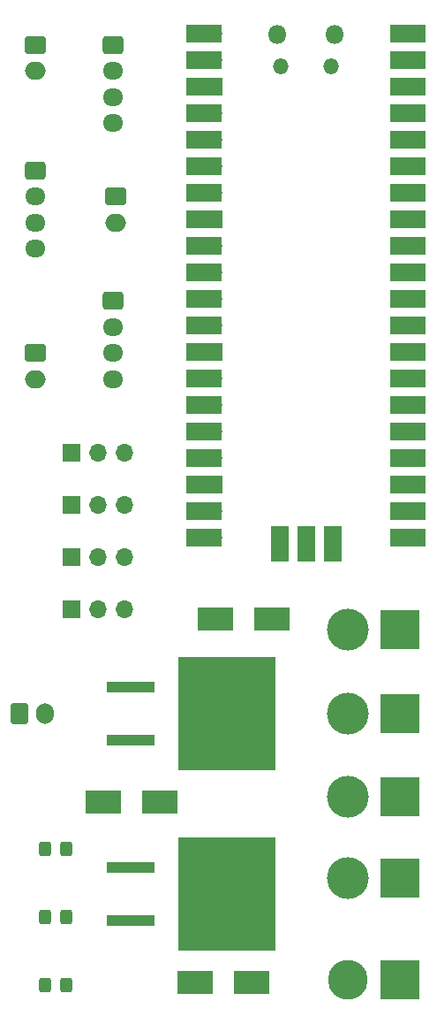
<source format=gbr>
%TF.GenerationSoftware,KiCad,Pcbnew,(6.0.0)*%
%TF.CreationDate,2022-01-01T23:53:49+00:00*%
%TF.ProjectId,main_distro,6d61696e-5f64-4697-9374-726f2e6b6963,rev?*%
%TF.SameCoordinates,Original*%
%TF.FileFunction,Soldermask,Top*%
%TF.FilePolarity,Negative*%
%FSLAX46Y46*%
G04 Gerber Fmt 4.6, Leading zero omitted, Abs format (unit mm)*
G04 Created by KiCad (PCBNEW (6.0.0)) date 2022-01-01 23:53:49*
%MOMM*%
%LPD*%
G01*
G04 APERTURE LIST*
G04 Aperture macros list*
%AMRoundRect*
0 Rectangle with rounded corners*
0 $1 Rounding radius*
0 $2 $3 $4 $5 $6 $7 $8 $9 X,Y pos of 4 corners*
0 Add a 4 corners polygon primitive as box body*
4,1,4,$2,$3,$4,$5,$6,$7,$8,$9,$2,$3,0*
0 Add four circle primitives for the rounded corners*
1,1,$1+$1,$2,$3*
1,1,$1+$1,$4,$5*
1,1,$1+$1,$6,$7*
1,1,$1+$1,$8,$9*
0 Add four rect primitives between the rounded corners*
20,1,$1+$1,$2,$3,$4,$5,0*
20,1,$1+$1,$4,$5,$6,$7,0*
20,1,$1+$1,$6,$7,$8,$9,0*
20,1,$1+$1,$8,$9,$2,$3,0*%
G04 Aperture macros list end*
%ADD10RoundRect,0.250000X-0.600000X-0.750000X0.600000X-0.750000X0.600000X0.750000X-0.600000X0.750000X0*%
%ADD11O,1.700000X2.000000*%
%ADD12R,1.700000X1.700000*%
%ADD13O,1.700000X1.700000*%
%ADD14R,3.800000X3.800000*%
%ADD15C,3.800000*%
%ADD16O,1.500000X1.500000*%
%ADD17O,1.800000X1.800000*%
%ADD18R,3.500000X1.700000*%
%ADD19R,1.700000X3.500000*%
%ADD20RoundRect,0.250000X0.325000X0.450000X-0.325000X0.450000X-0.325000X-0.450000X0.325000X-0.450000X0*%
%ADD21O,2.000000X1.700000*%
%ADD22RoundRect,0.250000X-0.750000X0.600000X-0.750000X-0.600000X0.750000X-0.600000X0.750000X0.600000X0*%
%ADD23RoundRect,0.250000X-0.725000X0.600000X-0.725000X-0.600000X0.725000X-0.600000X0.725000X0.600000X0*%
%ADD24O,1.950000X1.700000*%
%ADD25R,4.600000X1.100000*%
%ADD26R,9.400000X10.800000*%
%ADD27C,4.000000*%
%ADD28R,3.500000X2.300000*%
G04 APERTURE END LIST*
D10*
%TO.C,J12*%
X74500000Y-127000000D03*
D11*
X77000000Y-127000000D03*
%TD*%
D12*
%TO.C,J16*%
X79500000Y-117000000D03*
D13*
X82040000Y-117000000D03*
X84580000Y-117000000D03*
%TD*%
D12*
%TO.C,J15*%
X79500000Y-107000000D03*
D13*
X82040000Y-107000000D03*
X84580000Y-107000000D03*
%TD*%
D12*
%TO.C,J14*%
X79500000Y-112000000D03*
D13*
X82040000Y-112000000D03*
X84580000Y-112000000D03*
%TD*%
D12*
%TO.C,J13*%
X79500000Y-102000000D03*
D13*
X82040000Y-102000000D03*
X84580000Y-102000000D03*
%TD*%
D14*
%TO.C,J7*%
X111000000Y-152500000D03*
D15*
X106000000Y-152500000D03*
%TD*%
D16*
%TO.C,U1*%
X104425000Y-65030000D03*
X99575000Y-65030000D03*
D17*
X104725000Y-62000000D03*
X99275000Y-62000000D03*
D13*
X93110000Y-61870000D03*
D18*
X92210000Y-61870000D03*
D13*
X93110000Y-64410000D03*
D18*
X92210000Y-64410000D03*
X92210000Y-66950000D03*
D12*
X93110000Y-66950000D03*
D13*
X93110000Y-69490000D03*
D18*
X92210000Y-69490000D03*
D13*
X93110000Y-72030000D03*
D18*
X92210000Y-72030000D03*
X92210000Y-74570000D03*
D13*
X93110000Y-74570000D03*
D18*
X92210000Y-77110000D03*
D13*
X93110000Y-77110000D03*
D18*
X92210000Y-79650000D03*
D12*
X93110000Y-79650000D03*
D13*
X93110000Y-82190000D03*
D18*
X92210000Y-82190000D03*
X92210000Y-84730000D03*
D13*
X93110000Y-84730000D03*
D18*
X92210000Y-87270000D03*
D13*
X93110000Y-87270000D03*
D18*
X92210000Y-89810000D03*
D13*
X93110000Y-89810000D03*
D18*
X92210000Y-92350000D03*
D12*
X93110000Y-92350000D03*
D18*
X92210000Y-94890000D03*
D13*
X93110000Y-94890000D03*
D18*
X92210000Y-97430000D03*
D13*
X93110000Y-97430000D03*
X93110000Y-99970000D03*
D18*
X92210000Y-99970000D03*
X92210000Y-102510000D03*
D13*
X93110000Y-102510000D03*
D12*
X93110000Y-105050000D03*
D18*
X92210000Y-105050000D03*
X92210000Y-107590000D03*
D13*
X93110000Y-107590000D03*
X93110000Y-110130000D03*
D18*
X92210000Y-110130000D03*
X111790000Y-110130000D03*
D13*
X110890000Y-110130000D03*
D18*
X111790000Y-107590000D03*
D13*
X110890000Y-107590000D03*
D12*
X110890000Y-105050000D03*
D18*
X111790000Y-105050000D03*
X111790000Y-102510000D03*
D13*
X110890000Y-102510000D03*
D18*
X111790000Y-99970000D03*
D13*
X110890000Y-99970000D03*
D18*
X111790000Y-97430000D03*
D13*
X110890000Y-97430000D03*
D18*
X111790000Y-94890000D03*
D13*
X110890000Y-94890000D03*
D18*
X111790000Y-92350000D03*
D12*
X110890000Y-92350000D03*
D18*
X111790000Y-89810000D03*
D13*
X110890000Y-89810000D03*
X110890000Y-87270000D03*
D18*
X111790000Y-87270000D03*
X111790000Y-84730000D03*
D13*
X110890000Y-84730000D03*
D18*
X111790000Y-82190000D03*
D13*
X110890000Y-82190000D03*
D12*
X110890000Y-79650000D03*
D18*
X111790000Y-79650000D03*
X111790000Y-77110000D03*
D13*
X110890000Y-77110000D03*
X110890000Y-74570000D03*
D18*
X111790000Y-74570000D03*
X111790000Y-72030000D03*
D13*
X110890000Y-72030000D03*
X110890000Y-69490000D03*
D18*
X111790000Y-69490000D03*
D12*
X110890000Y-66950000D03*
D18*
X111790000Y-66950000D03*
D13*
X110890000Y-64410000D03*
D18*
X111790000Y-64410000D03*
D13*
X110890000Y-61870000D03*
D18*
X111790000Y-61870000D03*
D13*
X99460000Y-109900000D03*
D19*
X99460000Y-110800000D03*
D12*
X102000000Y-109900000D03*
D19*
X102000000Y-110800000D03*
X104540000Y-110800000D03*
D13*
X104540000Y-109900000D03*
%TD*%
D20*
%TO.C,D1*%
X79025000Y-153000000D03*
X76975000Y-153000000D03*
%TD*%
%TO.C,D2*%
X76975000Y-146500000D03*
X79025000Y-146500000D03*
%TD*%
%TO.C,D3*%
X79025000Y-140000000D03*
X76975000Y-140000000D03*
%TD*%
D21*
%TO.C,J1*%
X76000000Y-65500000D03*
D22*
X76000000Y-63000000D03*
%TD*%
%TO.C,J2*%
X83750000Y-77500000D03*
D21*
X83750000Y-80000000D03*
%TD*%
%TO.C,J3*%
X76000000Y-95000000D03*
D22*
X76000000Y-92500000D03*
%TD*%
D23*
%TO.C,J4*%
X83500000Y-63000000D03*
D24*
X83500000Y-65500000D03*
X83500000Y-68000000D03*
X83500000Y-70500000D03*
%TD*%
D23*
%TO.C,J5*%
X76000000Y-75000000D03*
D24*
X76000000Y-77500000D03*
X76000000Y-80000000D03*
X76000000Y-82500000D03*
%TD*%
D23*
%TO.C,J6*%
X83500000Y-87500000D03*
D24*
X83500000Y-90000000D03*
X83500000Y-92500000D03*
X83500000Y-95000000D03*
%TD*%
D25*
%TO.C,U3*%
X85225000Y-124460000D03*
D26*
X94375000Y-127000000D03*
D25*
X85225000Y-129540000D03*
%TD*%
D14*
%TO.C,J9*%
X111000000Y-119000000D03*
D27*
X106000000Y-119000000D03*
%TD*%
D14*
%TO.C,J11*%
X111000000Y-127000000D03*
D27*
X106000000Y-127000000D03*
%TD*%
D14*
%TO.C,J8*%
X111000000Y-135000000D03*
D27*
X106000000Y-135000000D03*
%TD*%
D28*
%TO.C,D6*%
X93300000Y-118000000D03*
X98700000Y-118000000D03*
%TD*%
D14*
%TO.C,J10*%
X111000000Y-142750000D03*
D27*
X106000000Y-142750000D03*
%TD*%
D25*
%TO.C,U2*%
X85225000Y-141735000D03*
D26*
X94375000Y-144275000D03*
D25*
X85225000Y-146815000D03*
%TD*%
D28*
%TO.C,D5*%
X82600000Y-135500000D03*
X88000000Y-135500000D03*
%TD*%
%TO.C,D4*%
X96750000Y-152750000D03*
X91350000Y-152750000D03*
%TD*%
M02*

</source>
